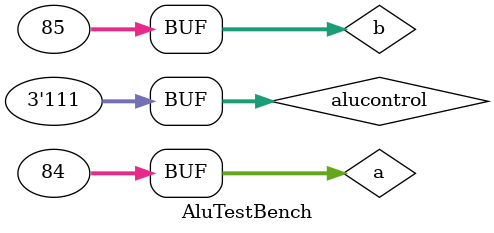
<source format=v>
module AluTestBench();
reg[31:0] a,b;
reg[2:0] alucontrol;
wire[31:0] result;
wire zero;

ArithmeticLogicUnit alutest(
    .a(a),
    .b(b),
    .alucontrol(alucontrol),
    .result(result),
    .zero(zero)
);
initial 
    begin
        a = 32'd84;
        b = 32'd85;
        alucontrol = 3'd7;
    end

initial
	begin
		$dumpfile("alutest.vcd");
		$dumpvars;
		#5;
		if (zero == 1'b0 && result == 32'd1)
			$display("Simulation succeeded");
		else
			$display("Simulation failed");
	end
	
	initial 
	begin 
		$display("\t\ttime ,\tresult ,\ta, \tb, \talucontrol ");
		$monitor("%d ,\t%b ,\t%d ,\t%d " ,$time, result, a, b, alucontrol);
	end 


endmodule
</source>
